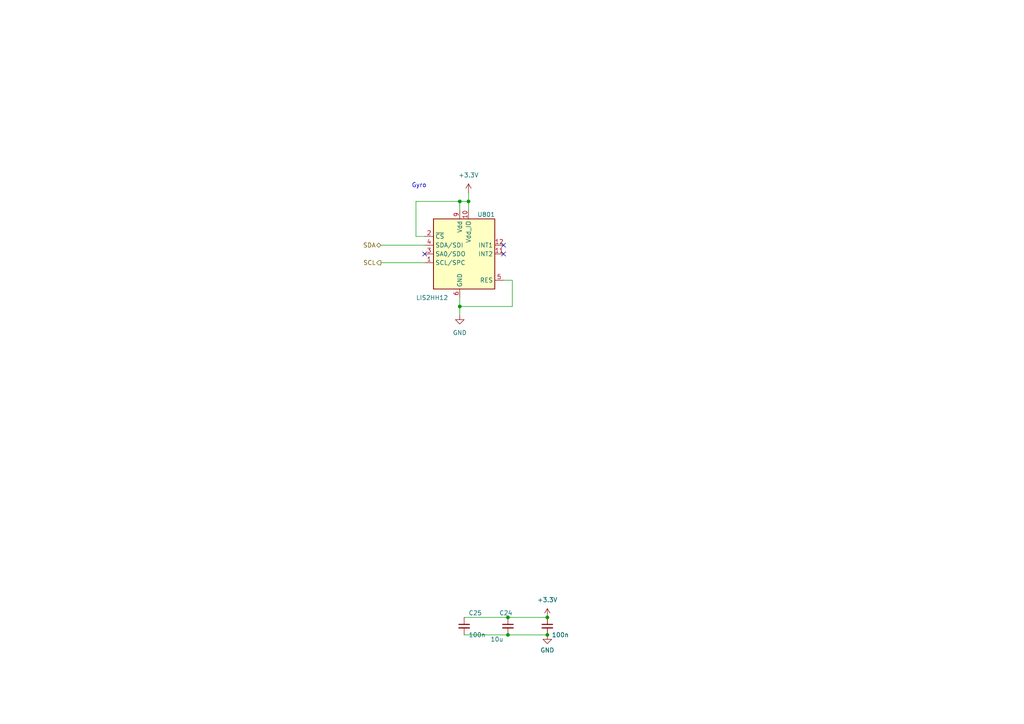
<source format=kicad_sch>
(kicad_sch (version 20231120) (generator "eeschema") (generator_version "8.0")
  (paper "A4")
  (lib_symbols
    (symbol "Device:C_Small" (pin_numbers hide) (pin_names (offset 0.254) hide)
      (property "Reference" "C" (at 0.254 1.778 0))
      (property "Value" "C_Small" (at 0.254 -2.032 0))
      (symbol "C_Small_0_1"
        (polyline (pts (xy -1.524 -0.508) (xy 1.524 -0.508)) (stroke (width 0.3302)))
        (polyline (pts (xy -1.524 0.508) (xy 1.524 0.508)) (stroke (width 0.3048)))
      )
      (symbol "C_Small_1_1"
        (pin passive line (at 0 2.54 270) (length 2.032) (name "~") (number "1"))
        (pin passive line (at 0 -2.54 90) (length 2.032) (name "~") (number "2"))
      )
    )
    (symbol "Sensor_Motion:LIS2HH12"
      (property "Reference" "U" (at -5.08 11.43 0))
      (property "Value" "LIS2HH12" (at 3.81 11.43 0))
      (symbol "LIS2HH12_0_1"
        (rectangle (start -7.62 10.16) (end 10.16 -10.16) (stroke (width 0.254)) (fill (type background)))
      )
      (symbol "LIS2HH12_1_1"
        (pin input line (at -10.16 -2.54 0) (length 2.54) (name "SCL/SPC") (number "1"))
        (pin power_in line (at 2.54 12.7 270) (length 2.54) (name "Vdd_IO") (number "10"))
        (pin output line (at 12.7 0 180) (length 2.54) (name "INT2") (number "11"))
        (pin output line (at 12.7 2.54 180) (length 2.54) (name "INT1") (number "12"))
        (pin input line (at -10.16 5.08 0) (length 2.54) (name "~{CS}") (number "2"))
        (pin bidirectional line (at -10.16 0 0) (length 2.54) (name "SA0/SDO") (number "3"))
        (pin bidirectional line (at -10.16 2.54 0) (length 2.54) (name "SDA/SDI") (number "4"))
        (pin passive line (at 12.7 -7.62 180) (length 2.54) (name "RES") (number "5"))
        (pin power_in line (at 0 -12.7 90) (length 2.54) (name "GND") (number "6"))
        (pin passive line (at 0 -12.7 90) (length 2.54) hide (name "GND") (number "7"))
        (pin passive line (at 0 -12.7 90) (length 2.54) hide (name "GND") (number "8"))
        (pin power_in line (at 0 12.7 270) (length 2.54) (name "Vdd") (number "9"))
      )
    )
    (symbol "power:+3.3V" (power) (pin_names (offset 0))
      (property "Value" "+3.3V" (at 0 3.556 0))
      (symbol "+3.3V_0_1"
        (polyline (pts (xy -0.762 1.27) (xy 0 2.54)))
        (polyline (pts (xy 0 0) (xy 0 2.54)))
        (polyline (pts (xy 0 2.54) (xy 0.762 1.27)))
      )
      (symbol "+3.3V_1_1"
        (pin power_in line (at 0 0 90) (length 0) hide (name "+3.3V") (number "1"))
      )
    )
    (symbol "power:GND" (power) (pin_names (offset 0))
      (property "Value" "GND" (at 0 -3.81 0))
      (symbol "GND_0_1"
        (polyline (pts (xy 0 0) (xy 0 -1.27) (xy 1.27 -1.27) (xy 0 -2.54) (xy -1.27 -1.27) (xy 0 -1.27)))
      )
      (symbol "GND_1_1"
        (pin power_in line (at 0 0 270) (length 0) hide (name "GND") (number "1"))
      )
    )
  )
  (junction (at 147.32 184.15))
  (junction (at 133.35 58.42))
  (junction (at 133.35 88.9))
  (junction (at 147.32 179.07))
  (junction (at 158.75 179.07))
  (junction (at 158.75 184.15))
  (junction (at 135.89 58.42))
  (no_connect (at 146.05 73.66))
  (no_connect (at 123.19 73.66))
  (no_connect (at 146.05 71.12))
  (wire (pts (xy 110.49 76.2) (xy 123.19 76.2)))
  (wire (pts (xy 133.35 58.42) (xy 135.89 58.42)))
  (wire (pts (xy 133.35 88.9) (xy 133.35 91.44)))
  (wire (pts (xy 120.65 68.58) (xy 123.19 68.58)))
  (wire (pts (xy 133.35 86.36) (xy 133.35 88.9)))
  (wire (pts (xy 120.65 58.42) (xy 120.65 68.58)))
  (wire (pts (xy 147.32 179.07) (xy 158.75 179.07)))
  (wire (pts (xy 148.59 81.28) (xy 146.05 81.28)))
  (wire (pts (xy 133.35 60.96) (xy 133.35 58.42)))
  (wire (pts (xy 134.62 184.15) (xy 147.32 184.15)))
  (wire (pts (xy 135.89 55.88) (xy 135.89 58.42)))
  (wire (pts (xy 147.32 184.15) (xy 158.75 184.15)))
  (wire (pts (xy 135.89 58.42) (xy 135.89 60.96)))
  (wire (pts (xy 148.59 88.9) (xy 148.59 81.28)))
  (wire (pts (xy 120.65 58.42) (xy 133.35 58.42)))
  (wire (pts (xy 110.49 71.12) (xy 123.19 71.12)))
  (wire (pts (xy 133.35 88.9) (xy 148.59 88.9)))
  (wire (pts (xy 134.62 179.07) (xy 147.32 179.07)))
  (text "Gyro" (at 119.38 54.61 0) (effects (font (size 1.27 1.27)) (justify left bottom)))
  (hierarchical_label "SDA" (shape bidirectional) (at 110.49 71.12 180))
  (hierarchical_label "SCL" (shape output) (at 110.49 76.2 180))
  (symbol (lib_id "power:+3.3V") (at 135.89 55.88 0) (unit 1)
    (property "Reference" "#PWR0802" (effects (hide yes)))
    (property "Value" "+3.3V" (at 135.89 50.8 0))
  )
  (symbol (lib_id "Device:C_Small") (at 147.32 181.61 0) (unit 1)
    (property "Reference" "C24" (at 144.78 177.8 0) (effects (justify left)))
    (property "Value" "10u" (at 142.24 185.42 0) (effects (justify left)))
    (property "Footprint" "Capacitor_SMD:C_1210_3225Metric" (effects (hide yes)))
    (property "LCSC" "C90143" (effects (hide yes)))
    (instances (project "NIKOLA-02-E-001_PCAScannerController_R1" (path "" (reference "C24") (unit 1))) (project "Robuoy" (path "" (reference "C802") (unit 1))))
  )
  (symbol (lib_id "Device:C_Small") (at 134.62 181.61 0) (unit 1)
    (property "Reference" "C25" (at 135.89 177.8 0) (effects (justify left)))
    (property "Value" "100n" (at 135.89 184.15 0) (effects (justify left)))
    (property "Footprint" "A_Device:C_0603" (effects (hide yes)))
    (property "LCSC" "C14663" (effects (hide yes)))
    (instances (project "NIKOLA-02-E-001_PCAScannerController_R1" (path "" (reference "C25") (unit 1))) (project "Robuoy" (path "" (reference "C801") (unit 1))))
  )
  (symbol (lib_id "power:GND") (at 133.35 91.44 0) (unit 1)
    (property "Reference" "#PWR0801" (effects (hide yes)))
    (property "Value" "GND" (at 133.35 96.52 0))
  )
  (symbol (lib_id "Sensor_Motion:LIS2HH12") (at 133.35 73.66 0) (unit 1)
    (property "Reference" "U801" (at 138.43 62.23 0) (effects (justify left)))
    (property "Value" "LIS2HH12" (at 120.65 86.36 0) (effects (justify left)))
    (property "Footprint" "Package_LGA:LGA-12_2x2mm_P0.5mm" (effects (hide yes)))
    (property "Datasheet" "www.st.com/resource/en/datasheet/lis2hh12.pdf" (effects (hide yes)))
    (property "LCSC" "C221446" (effects (hide yes)))
  )
  (symbol (lib_id "power:+3.3V") (at 158.75 179.07 0) (unit 1)
    (property "Reference" "#PWR0803" (effects (hide yes)))
    (property "Value" "+3.3V" (at 158.75 173.99 0))
  )
  (symbol (lib_id "Device:C_Small") (at 158.75 181.61 0) (unit 1)
    (property "Reference" "C25" (effects (hide yes)))
    (property "Value" "100n" (at 160.02 184.15 0) (effects (justify left)))
    (property "Footprint" "A_Device:C_0603" (effects (hide yes)))
    (property "LCSC" "C14663" (effects (hide yes)))
    (instances (project "NIKOLA-02-E-001_PCAScannerController_R1" (path "" (reference "C25") (unit 1))) (project "Robuoy" (path "" (reference "C803") (unit 1))))
  )
  (symbol (lib_id "power:GND") (at 158.75 184.15 0) (unit 1)
    (property "Reference" "#PWR0804" (effects (hide yes)))
    (property "Value" "GND" (at 158.75 188.595 0))
  )
)
</source>
